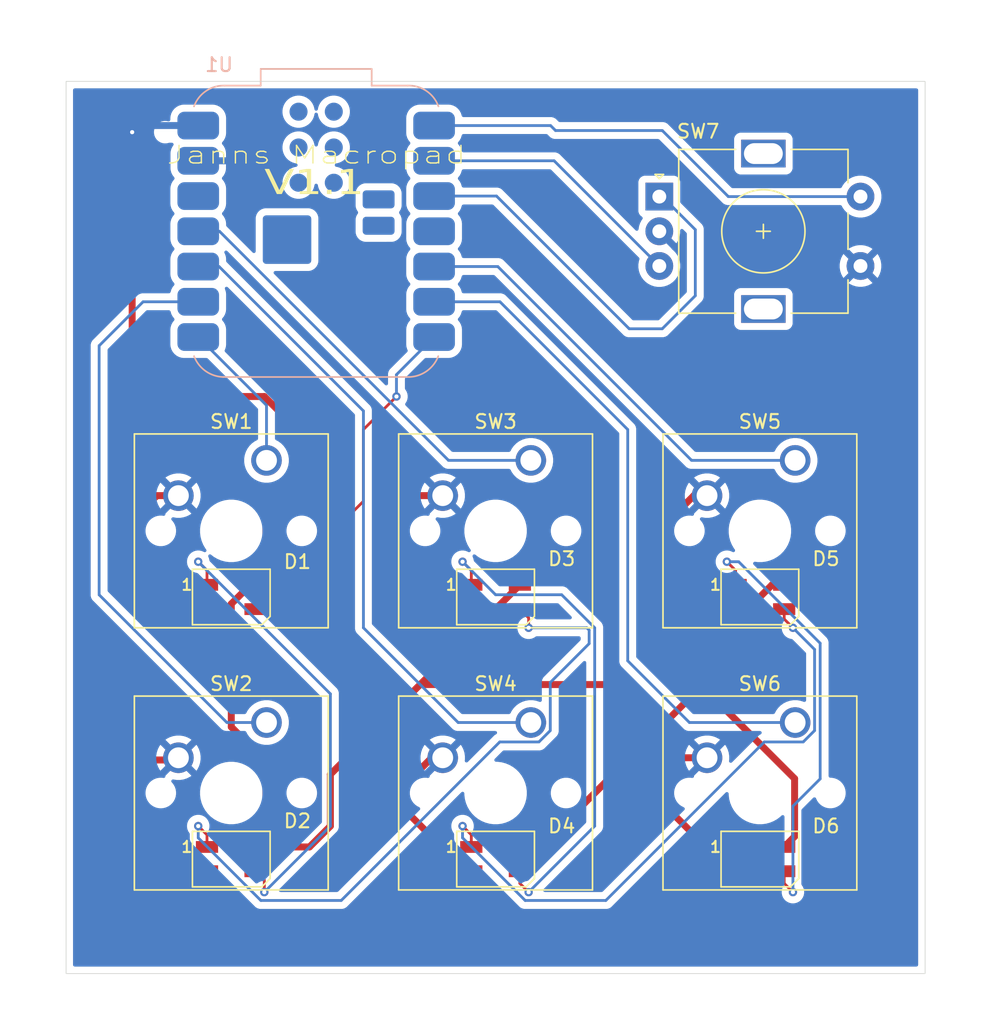
<source format=kicad_pcb>
(kicad_pcb (version 20241229) (generator "pcbnew") (generator_version "9.0")
  (layers (0 "F.Cu" signal) (2 "B.Cu" signal) (13 "F.Paste" user) (15 "B.Paste" user) (5 "F.SilkS" user "F.Silkscreen") (7 "B.SilkS" user "B.Silkscreen") (1 "F.Mask" user) (3 "B.Mask" user) (25 "Edge.Cuts" user))
  (net 0 "")
  (net 1 "+5V")
  (net 2 "Net-(D1-DIN)")
  (net 3 "Net-(D1-DOUT)")
  (net 4 "GND")
  (net 5 "Net-(D2-DOUT)")
  (net 6 "Net-(D3-DOUT)")
  (net 7 "Net-(D4-DOUT)")
  (net 8 "Net-(D5-DOUT)")
  (net 10 "Net-(U1-GPIO1{slash}RX)")
  (net 11 "Net-(U1-GPIO2{slash}SCK)")
  (net 12 "Net-(U1-GPIO3{slash}MOSI)")
  (net 13 "Net-(U1-GPIO4{slash}MISO)")
  (net 14 "Net-(U1-GPIO6{slash}SDA)")
  (net 15 "Net-(U1-GPIO7{slash}SCL)")
  (net 18 "Net-(U1-GPIO27{slash}ADC1{slash}A1)")
  (net 19 "Net-(U1-GPIO26{slash}ADC0{slash}A0)")
  (net 20 "Net-(U1-GPIO28{slash}ADC2{slash}A2)")
  (footprint "Button_Switch_Keyboard:SW_Cherry_MX_1.00u_PCB" (layer "F.Cu") (at 178.7525 83.185)
    (property "Reference" "SW3" (at -2.54 -2.794 0) (layer "F.SilkS"))
    (property "Value" "SW_Push")
    (fp_line (start -9.525 -1.905) (end 4.445 -1.905) (stroke (width 0.12)) (layer "F.SilkS"))
    (fp_line (start -9.525 12.065) (end -9.525 -1.905) (stroke (width 0.12)) (layer "F.SilkS"))
    (fp_line (start 4.445 -1.905) (end 4.445 12.065) (stroke (width 0.12)) (layer "F.SilkS"))
    (fp_line (start 4.445 12.065) (end -9.525 12.065) (stroke (width 0.12)) (layer "F.SilkS"))
    (pad "" np_thru_hole circle (at -7.62 5.08) (size 1.7 1.7) (drill 1.7) (layers "*.Cu" "*.Mask"))
    (pad "" np_thru_hole circle (at -2.54 5.08) (size 4 4) (drill 4) (layers "*.Cu" "*.Mask"))
    (pad "" np_thru_hole circle (at 2.54 5.08) (size 1.7 1.7) (drill 1.7) (layers "*.Cu" "*.Mask"))
    (pad "1" thru_hole circle (at 0 0) (size 2.2 2.2) (drill 1.5) (layers "*.Cu" "*.Mask") (net 12 "Net-(U1-GPIO3{slash}MOSI)"))
    (pad "2" thru_hole circle (at -6.35 2.54) (size 2.2 2.2) (drill 1.5) (layers "*.Cu" "*.Mask") (net 4 "GND"))
  )
  (footprint "LED_SMD:LED_SK6812MINI_PLCC4_3.5x3.5mm_P1.75mm" (layer "F.Cu") (at 176.2125 93.0275)
    (property "Reference" "D3" (at 4.7625 -2.75 0) (layer "F.SilkS"))
    (property "Value" "SK6812MINI")
    (fp_line (start -2.8 -2) (end -2.8 2) (stroke (width 0.12)) (layer "F.SilkS"))
    (fp_line (start -2.8 -2) (end 2.8 -2) (stroke (width 0.12)) (layer "F.SilkS"))
    (fp_line (start -2.8 2) (end 2.2 2) (stroke (width 0.12)) (layer "F.SilkS"))
    (fp_line (start 2.8 1.4) (end 2.2 2) (stroke (width 0.12)) (layer "F.SilkS"))
    (fp_line (start 2.8 1.4) (end 2.8 -2) (stroke (width 0.12)) (layer "F.SilkS"))
    (fp_text user "1" (at -3.2 -0.875 0) (layer "F.SilkS") (effects (font (size 0.8 0.8))))
    (pad "1" smd rect (at -1.75 -0.875) (size 1.6 0.85) (layers "F.Cu" "F.Mask" "F.Paste") (net 6 "Net-(D3-DOUT)"))
    (pad "2" smd rect (at -1.75 0.875) (size 1.6 0.85) (layers "F.Cu" "F.Mask" "F.Paste") (net 4 "GND"))
    (pad "3" smd rect (at 1.75 0.875) (size 1.6 0.85) (layers "F.Cu" "F.Mask" "F.Paste") (net 5 "Net-(D2-DOUT)"))
    (pad "4" smd rect (at 1.75 -0.875) (size 1.6 0.85) (layers "F.Cu" "F.Mask" "F.Paste") (net 1 "+5V"))
  )
  (footprint "Rotary_Encoder:RotaryEncoder_Alps_EC11E-Switch_Vertical_H20mm" (layer "F.Cu") (at 188.0125 64.175)
    (property "Reference" "SW7" (at 2.8 -4.7 0) (layer "F.SilkS"))
    (property "Value" "RotaryEncoder_Switch")
    (fp_line (start -0.3 -1.6) (end 0.3 -1.6) (stroke (width 0.12)) (layer "F.SilkS"))
    (fp_line (start 0 -1.3) (end -0.3 -1.6) (stroke (width 0.12)) (layer "F.SilkS"))
    (fp_line (start 0.3 -1.6) (end 0 -1.3) (stroke (width 0.12)) (layer "F.SilkS"))
    (fp_line (start 1.4 -3.4) (end 1.4 8.4) (stroke (width 0.12)) (layer "F.SilkS"))
    (fp_line (start 5.5 -3.4) (end 1.4 -3.4) (stroke (width 0.12)) (layer "F.SilkS"))
    (fp_line (start 5.5 8.4) (end 1.4 8.4) (stroke (width 0.12)) (layer "F.SilkS"))
    (fp_line (start 7 2.5) (end 8 2.5) (stroke (width 0.12)) (layer "F.SilkS"))
    (fp_line (start 7.5 2) (end 7.5 3) (stroke (width 0.12)) (layer "F.SilkS"))
    (fp_line (start 9.5 -3.4) (end 13.6 -3.4) (stroke (width 0.12)) (layer "F.SilkS"))
    (fp_line (start 13.6 -3.4) (end 13.6 -1) (stroke (width 0.12)) (layer "F.SilkS"))
    (fp_line (start 13.6 1.2) (end 13.6 3.8) (stroke (width 0.12)) (layer "F.SilkS"))
    (fp_line (start 13.6 6) (end 13.6 8.4) (stroke (width 0.12)) (layer "F.SilkS"))
    (fp_line (start 13.6 8.4) (end 9.5 8.4) (stroke (width 0.12)) (layer "F.SilkS"))
    (fp_circle (center 7.5 2.5) (end 10.5 2.5) (stroke (width 0.12)) (fill no) (layer "F.SilkS"))
    (pad "A" thru_hole rect (at 0 0) (size 2 2) (drill 1) (layers "*.Cu" "*.Mask") (net 20 "Net-(U1-GPIO28{slash}ADC2{slash}A2)"))
    (pad "B" thru_hole circle (at 0 5) (size 2 2) (drill 1) (layers "*.Cu" "*.Mask") (net 18 "Net-(U1-GPIO27{slash}ADC1{slash}A1)"))
    (pad "C" thru_hole circle (at 0 2.5) (size 2 2) (drill 1) (layers "*.Cu" "*.Mask") (net 4 "GND"))
    (pad "MP" thru_hole rect (at 7.5 -3.1) (size 3.2 2) (drill oval 2.8 1.5) (layers "*.Cu" "*.Mask"))
    (pad "MP" thru_hole rect (at 7.5 8.1) (size 3.2 2) (drill oval 2.8 1.5) (layers "*.Cu" "*.Mask"))
    (pad "S1" thru_hole circle (at 14.5 5) (size 2 2) (drill 1) (layers "*.Cu" "*.Mask") (net 4 "GND"))
    (pad "S2" thru_hole circle (at 14.5 0) (size 2 2) (drill 1) (layers "*.Cu" "*.Mask") (net 19 "Net-(U1-GPIO26{slash}ADC0{slash}A0)"))
  )
  (footprint "LED_SMD:LED_SK6812MINI_PLCC4_3.5x3.5mm_P1.75mm" (layer "F.Cu") (at 176.2125 111.91875)
    (property "Reference" "D4" (at 4.7625 -2.38125 0) (layer "F.SilkS"))
    (property "Value" "SK6812MINI")
    (fp_line (start -2.8 -2) (end -2.8 2) (stroke (width 0.12)) (layer "F.SilkS"))
    (fp_line (start -2.8 -2) (end 2.8 -2) (stroke (width 0.12)) (layer "F.SilkS"))
    (fp_line (start -2.8 2) (end 2.2 2) (stroke (width 0.12)) (layer "F.SilkS"))
    (fp_line (start 2.8 1.4) (end 2.2 2) (stroke (width 0.12)) (layer "F.SilkS"))
    (fp_line (start 2.8 1.4) (end 2.8 -2) (stroke (width 0.12)) (layer "F.SilkS"))
    (fp_text user "1" (at -3.2 -0.875 0) (layer "F.SilkS") (effects (font (size 0.8 0.8))))
    (pad "1" smd rect (at -1.75 -0.875) (size 1.6 0.85) (layers "F.Cu" "F.Mask" "F.Paste") (net 7 "Net-(D4-DOUT)"))
    (pad "2" smd rect (at -1.75 0.875) (size 1.6 0.85) (layers "F.Cu" "F.Mask" "F.Paste") (net 4 "GND"))
    (pad "3" smd rect (at 1.75 0.875) (size 1.6 0.85) (layers "F.Cu" "F.Mask" "F.Paste") (net 6 "Net-(D3-DOUT)"))
    (pad "4" smd rect (at 1.75 -0.875) (size 1.6 0.85) (layers "F.Cu" "F.Mask" "F.Paste") (net 1 "+5V"))
  )
  (footprint "Button_Switch_Keyboard:SW_Cherry_MX_1.00u_PCB" (layer "F.Cu") (at 159.7025 102.07625)
    (property "Reference" "SW2" (at -2.54 -2.794 0) (layer "F.SilkS"))
    (property "Value" "SW_Push")
    (fp_line (start -9.525 -1.905) (end 4.445 -1.905) (stroke (width 0.12)) (layer "F.SilkS"))
    (fp_line (start -9.525 12.065) (end -9.525 -1.905) (stroke (width 0.12)) (layer "F.SilkS"))
    (fp_line (start 4.445 -1.905) (end 4.445 12.065) (stroke (width 0.12)) (layer "F.SilkS"))
    (fp_line (start 4.445 12.065) (end -9.525 12.065) (stroke (width 0.12)) (layer "F.SilkS"))
    (pad "" np_thru_hole circle (at -7.62 5.08) (size 1.7 1.7) (drill 1.7) (layers "*.Cu" "*.Mask"))
    (pad "" np_thru_hole circle (at -2.54 5.08) (size 4 4) (drill 4) (layers "*.Cu" "*.Mask"))
    (pad "" np_thru_hole circle (at 2.54 5.08) (size 1.7 1.7) (drill 1.7) (layers "*.Cu" "*.Mask"))
    (pad "1" thru_hole circle (at 0 0) (size 2.2 2.2) (drill 1.5) (layers "*.Cu" "*.Mask") (net 11 "Net-(U1-GPIO2{slash}SCK)"))
    (pad "2" thru_hole circle (at -6.35 2.54) (size 2.2 2.2) (drill 1.5) (layers "*.Cu" "*.Mask") (net 4 "GND"))
  )
  (footprint "Button_Switch_Keyboard:SW_Cherry_MX_1.00u_PCB" (layer "F.Cu") (at 178.7525 102.07625)
    (property "Reference" "SW4" (at -2.54 -2.794 0) (layer "F.SilkS"))
    (property "Value" "SW_Push")
    (fp_line (start -9.525 -1.905) (end 4.445 -1.905) (stroke (width 0.12)) (layer "F.SilkS"))
    (fp_line (start -9.525 12.065) (end -9.525 -1.905) (stroke (width 0.12)) (layer "F.SilkS"))
    (fp_line (start 4.445 -1.905) (end 4.445 12.065) (stroke (width 0.12)) (layer "F.SilkS"))
    (fp_line (start 4.445 12.065) (end -9.525 12.065) (stroke (width 0.12)) (layer "F.SilkS"))
    (pad "" np_thru_hole circle (at -7.62 5.08) (size 1.7 1.7) (drill 1.7) (layers "*.Cu" "*.Mask"))
    (pad "" np_thru_hole circle (at -2.54 5.08) (size 4 4) (drill 4) (layers "*.Cu" "*.Mask"))
    (pad "" np_thru_hole circle (at 2.54 5.08) (size 1.7 1.7) (drill 1.7) (layers "*.Cu" "*.Mask"))
    (pad "1" thru_hole circle (at 0 0) (size 2.2 2.2) (drill 1.5) (layers "*.Cu" "*.Mask") (net 13 "Net-(U1-GPIO4{slash}MISO)"))
    (pad "2" thru_hole circle (at -6.35 2.54) (size 2.2 2.2) (drill 1.5) (layers "*.Cu" "*.Mask") (net 4 "GND"))
  )
  (footprint "Button_Switch_Keyboard:SW_Cherry_MX_1.00u_PCB" (layer "F.Cu") (at 197.8025 102.07625)
    (property "Reference" "SW6" (at -2.54 -2.794 0) (layer "F.SilkS"))
    (property "Value" "SW_Push")
    (fp_line (start -9.525 -1.905) (end 4.445 -1.905) (stroke (width 0.12)) (layer "F.SilkS"))
    (fp_line (start -9.525 12.065) (end -9.525 -1.905) (stroke (width 0.12)) (layer "F.SilkS"))
    (fp_line (start 4.445 -1.905) (end 4.445 12.065) (stroke (width 0.12)) (layer "F.SilkS"))
    (fp_line (start 4.445 12.065) (end -9.525 12.065) (stroke (width 0.12)) (layer "F.SilkS"))
    (pad "" np_thru_hole circle (at -7.62 5.08) (size 1.7 1.7) (drill 1.7) (layers "*.Cu" "*.Mask"))
    (pad "" np_thru_hole circle (at -2.54 5.08) (size 4 4) (drill 4) (layers "*.Cu" "*.Mask"))
    (pad "" np_thru_hole circle (at 2.54 5.08) (size 1.7 1.7) (drill 1.7) (layers "*.Cu" "*.Mask"))
    (pad "1" thru_hole circle (at 0 0) (size 2.2 2.2) (drill 1.5) (layers "*.Cu" "*.Mask") (net 15 "Net-(U1-GPIO7{slash}SCL)"))
    (pad "2" thru_hole circle (at -6.35 2.54) (size 2.2 2.2) (drill 1.5) (layers "*.Cu" "*.Mask") (net 4 "GND"))
  )
  (footprint "LED_SMD:LED_SK6812MINI_PLCC4_3.5x3.5mm_P1.75mm" (layer "F.Cu") (at 195.2625 111.91875)
    (property "Reference" "D6" (at 4.7625 -2.38125 0) (layer "F.SilkS"))
    (property "Value" "SK6812MINI")
    (fp_line (start -2.8 -2) (end -2.8 2) (stroke (width 0.12)) (layer "F.SilkS"))
    (fp_line (start -2.8 -2) (end 2.8 -2) (stroke (width 0.12)) (layer "F.SilkS"))
    (fp_line (start -2.8 2) (end 2.2 2) (stroke (width 0.12)) (layer "F.SilkS"))
    (fp_line (start 2.8 1.4) (end 2.2 2) (stroke (width 0.12)) (layer "F.SilkS"))
    (fp_line (start 2.8 1.4) (end 2.8 -2) (stroke (width 0.12)) (layer "F.SilkS"))
    (fp_text user "1" (at -3.2 -0.875 0) (layer "F.SilkS") (effects (font (size 0.8 0.8))))
    (pad "1" smd rect (at -1.75 -0.875) (size 1.6 0.85) (layers "F.Cu" "F.Mask" "F.Paste"))
    (pad "2" smd rect (at -1.75 0.875) (size 1.6 0.85) (layers "F.Cu" "F.Mask" "F.Paste") (net 4 "GND"))
    (pad "3" smd rect (at 1.75 0.875) (size 1.6 0.85) (layers "F.Cu" "F.Mask" "F.Paste") (net 8 "Net-(D5-DOUT)"))
    (pad "4" smd rect (at 1.75 -0.875) (size 1.6 0.85) (layers "F.Cu" "F.Mask" "F.Paste") (net 1 "+5V"))
  )
  (footprint "LED_SMD:LED_SK6812MINI_PLCC4_3.5x3.5mm_P1.75mm" (layer "F.Cu") (at 157.1625 93.0275)
    (property "Reference" "D1" (at 4.7625 -2.54 0) (layer "F.SilkS"))
    (property "Value" "SK6812MINI")
    (fp_line (start -2.8 -2) (end -2.8 2) (stroke (width 0.12)) (layer "F.SilkS"))
    (fp_line (start -2.8 -2) (end 2.8 -2) (stroke (width 0.12)) (layer "F.SilkS"))
    (fp_line (start -2.8 2) (end 2.2 2) (stroke (width 0.12)) (layer "F.SilkS"))
    (fp_line (start 2.8 1.4) (end 2.2 2) (stroke (width 0.12)) (layer "F.SilkS"))
    (fp_line (start 2.8 1.4) (end 2.8 -2) (stroke (width 0.12)) (layer "F.SilkS"))
    (fp_text user "1" (at -3.2 -0.875 0) (layer "F.SilkS") (effects (font (size 0.8 0.8))))
    (pad "1" smd rect (at -1.75 -0.875) (size 1.6 0.85) (layers "F.Cu" "F.Mask" "F.Paste") (net 3 "Net-(D1-DOUT)"))
    (pad "2" smd rect (at -1.75 0.875) (size 1.6 0.85) (layers "F.Cu" "F.Mask" "F.Paste") (net 4 "GND"))
    (pad "3" smd rect (at 1.75 0.875) (size 1.6 0.85) (layers "F.Cu" "F.Mask" "F.Paste") (net 2 "Net-(D1-DIN)"))
    (pad "4" smd rect (at 1.75 -0.875) (size 1.6 0.85) (layers "F.Cu" "F.Mask" "F.Paste") (net 1 "+5V"))
  )
  (footprint "Button_Switch_Keyboard:SW_Cherry_MX_1.00u_PCB" (layer "F.Cu") (at 197.8025 83.185)
    (property "Reference" "SW5" (at -2.54 -2.794 0) (layer "F.SilkS"))
    (property "Value" "SW_Push")
    (fp_line (start -9.525 -1.905) (end 4.445 -1.905) (stroke (width 0.12)) (layer "F.SilkS"))
    (fp_line (start -9.525 12.065) (end -9.525 -1.905) (stroke (width 0.12)) (layer "F.SilkS"))
    (fp_line (start 4.445 -1.905) (end 4.445 12.065) (stroke (width 0.12)) (layer "F.SilkS"))
    (fp_line (start 4.445 12.065) (end -9.525 12.065) (stroke (width 0.12)) (layer "F.SilkS"))
    (pad "" np_thru_hole circle (at -7.62 5.08) (size 1.7 1.7) (drill 1.7) (layers "*.Cu" "*.Mask"))
    (pad "" np_thru_hole circle (at -2.54 5.08) (size 4 4) (drill 4) (layers "*.Cu" "*.Mask"))
    (pad "" np_thru_hole circle (at 2.54 5.08) (size 1.7 1.7) (drill 1.7) (layers "*.Cu" "*.Mask"))
    (pad "1" thru_hole circle (at 0 0) (size 2.2 2.2) (drill 1.5) (layers "*.Cu" "*.Mask") (net 14 "Net-(U1-GPIO6{slash}SDA)"))
    (pad "2" thru_hole circle (at -6.35 2.54) (size 2.2 2.2) (drill 1.5) (layers "*.Cu" "*.Mask") (net 4 "GND"))
  )
  (footprint "Button_Switch_Keyboard:SW_Cherry_MX_1.00u_PCB" (layer "F.Cu") (at 159.7025 83.185)
    (property "Reference" "SW1" (at -2.54 -2.794 0) (layer "F.SilkS"))
    (property "Value" "SW_Push")
    (fp_line (start -9.525 -1.905) (end 4.445 -1.905) (stroke (width 0.12)) (layer "F.SilkS"))
    (fp_line (start -9.525 12.065) (end -9.525 -1.905) (stroke (width 0.12)) (layer "F.SilkS"))
    (fp_line (start 4.445 -1.905) (end 4.445 12.065) (stroke (width 0.12)) (layer "F.SilkS"))
    (fp_line (start 4.445 12.065) (end -9.525 12.065) (stroke (width 0.12)) (layer "F.SilkS"))
    (pad "" np_thru_hole circle (at -7.62 5.08) (size 1.7 1.7) (drill 1.7) (layers "*.Cu" "*.Mask"))
    (pad "" np_thru_hole circle (at -2.54 5.08) (size 4 4) (drill 4) (layers "*.Cu" "*.Mask"))
    (pad "" np_thru_hole circle (at 2.54 5.08) (size 1.7 1.7) (drill 1.7) (layers "*.Cu" "*.Mask"))
    (pad "1" thru_hole circle (at 0 0) (size 2.2 2.2) (drill 1.5) (layers "*.Cu" "*.Mask") (net 10 "Net-(U1-GPIO1{slash}RX)"))
    (pad "2" thru_hole circle (at -6.35 2.54) (size 2.2 2.2) (drill 1.5) (layers "*.Cu" "*.Mask") (net 4 "GND"))
  )
  (footprint "LED_SMD:LED_SK6812MINI_PLCC4_3.5x3.5mm_P1.75mm" (layer "F.Cu") (at 195.2625 93.0275)
    (property "Reference" "D5" (at 4.7625 -2.75 0) (layer "F.SilkS"))
    (property "Value" "SK6812MINI")
    (fp_line (start -2.8 -2) (end -2.8 2) (stroke (width 0.12)) (layer "F.SilkS"))
    (fp_line (start -2.8 -2) (end 2.8 -2) (stroke (width 0.12)) (layer "F.SilkS"))
    (fp_line (start -2.8 2) (end 2.2 2) (stroke (width 0.12)) (layer "F.SilkS"))
    (fp_line (start 2.8 1.4) (end 2.2 2) (stroke (width 0.12)) (layer "F.SilkS"))
    (fp_line (start 2.8 1.4) (end 2.8 -2) (stroke (width 0.12)) (layer "F.SilkS"))
    (fp_text user "1" (at -3.2 -0.875 0) (layer "F.SilkS") (effects (font (size 0.8 0.8))))
    (pad "1" smd rect (at -1.75 -0.875) (size 1.6 0.85) (layers "F.Cu" "F.Mask" "F.Paste") (net 8 "Net-(D5-DOUT)"))
    (pad "2" smd rect (at -1.75 0.875) (size 1.6 0.85) (layers "F.Cu" "F.Mask" "F.Paste") (net 4 "GND"))
    (pad "3" smd rect (at 1.75 0.875) (size 1.6 0.85) (layers "F.Cu" "F.Mask" "F.Paste") (net 7 "Net-(D4-DOUT)"))
    (pad "4" smd rect (at 1.75 -0.875) (size 1.6 0.85) (layers "F.Cu" "F.Mask" "F.Paste") (net 1 "+5V"))
  )
  (footprint "LED_SMD:LED_SK6812MINI_PLCC4_3.5x3.5mm_P1.75mm" (layer "F.Cu") (at 157.1625 111.91875)
    (property "Reference" "D2" (at 4.7625 -2.75 0) (layer "F.SilkS"))
    (property "Value" "SK6812MINI")
    (fp_line (start -2.8 -2) (end -2.8 2) (stroke (width 0.12)) (layer "F.SilkS"))
    (fp_line (start -2.8 -2) (end 2.8 -2) (stroke (width 0.12)) (layer "F.SilkS"))
    (fp_line (start -2.8 2) (end 2.2 2) (stroke (width 0.12)) (layer "F.SilkS"))
    (fp_line (start 2.8 1.4) (end 2.2 2) (stroke (width 0.12)) (layer "F.SilkS"))
    (fp_line (start 2.8 1.4) (end 2.8 -2) (stroke (width 0.12)) (layer "F.SilkS"))
    (fp_text user "1" (at -3.2 -0.875 0) (layer "F.SilkS") (effects (font (size 0.8 0.8))))
    (pad "1" smd rect (at -1.75 -0.875) (size 1.6 0.85) (layers "F.Cu" "F.Mask" "F.Paste") (net 5 "Net-(D2-DOUT)"))
    (pad "2" smd rect (at -1.75 0.875) (size 1.6 0.85) (layers "F.Cu" "F.Mask" "F.Paste") (net 4 "GND"))
    (pad "3" smd rect (at 1.75 0.875) (size 1.6 0.85) (layers "F.Cu" "F.Mask" "F.Paste") (net 3 "Net-(D1-DOUT)"))
    (pad "4" smd rect (at 1.75 -0.875) (size 1.6 0.85) (layers "F.Cu" "F.Mask" "F.Paste") (net 1 "+5V"))
  )
  (footprint "RF_Module:MCU_Seeed_ESP32C3" (layer "B.Cu") (at 163.28125 66.675 180)
    (property "Reference" "U1" (at 7 12 0) (layer "B.SilkS") (effects (justify mirror)))
    (property "Value" "XIAO-RP2040-DIP")
    (fp_line (start 6.6 10.5) (end 4 10.5) (stroke (width 0.12)) (layer "B.SilkS"))
    (fp_line (start 4 11.7) (end 4 10.5) (stroke (width 0.12)) (layer "B.SilkS"))
    (fp_line (start -4 11.7) (end 4 11.7) (stroke (width 0.12)) (layer "B.SilkS"))
    (fp_line (start -4 10.5) (end -4 11.7) (stroke (width 0.12)) (layer "B.SilkS"))
    (fp_line (start -4 10.5) (end -6.6 10.5) (stroke (width 0.12)) (layer "B.SilkS"))
    (fp_line (start -6.7 -10.5) (end 6.7 -10.5) (stroke (width 0.12)) (layer "B.SilkS"))
    (fp_arc (start 8.804034 9.001464) (mid 7.944325 10.107118) (end 6.6 10.499999) (stroke (width 0.12)) (layer "B.SilkS"))
    (fp_arc (start 6.7 -10.5) (mid 7.977231 -10.068123) (end 8.8 -9) (stroke (width 0.12)) (layer "B.SilkS"))
    (fp_arc (start -6.600468 10.499999) (mid -7.949609 10.111769) (end -8.812892 9.00468) (stroke (width 0.12)) (layer "B.SilkS"))
    (fp_arc (start -8.8 -9) (mid -7.977232 -10.068125) (end -6.7 -10.5) (stroke (width 0.12)) (layer "B.SilkS"))
    (pad "1" smd roundrect (at -8.5 7.62 180) (size 3 2) (layers "B.Cu" "B.Mask" "B.Paste") (net 19 "Net-(U1-GPIO26{slash}ADC0{slash}A0)"))
    (pad "2" smd roundrect (at -8.5 5.08 180) (size 3 2) (layers "B.Cu" "B.Mask" "B.Paste") (net 18 "Net-(U1-GPIO27{slash}ADC1{slash}A1)"))
    (pad "3" smd roundrect (at -8.5 2.54 180) (size 3 2) (layers "B.Cu" "B.Mask" "B.Paste") (net 20 "Net-(U1-GPIO28{slash}ADC2{slash}A2)"))
    (pad "4" smd roundrect (at -8.5 0 180) (size 3 2) (layers "B.Cu" "B.Mask" "B.Paste"))
    (pad "5" smd roundrect (at -8.5 -2.54 180) (size 3 2) (layers "B.Cu" "B.Mask" "B.Paste") (net 14 "Net-(U1-GPIO6{slash}SDA)"))
    (pad "6" smd roundrect (at -8.5 -5.08 180) (size 3 2) (layers "B.Cu" "B.Mask" "B.Paste") (net 15 "Net-(U1-GPIO7{slash}SCL)"))
    (pad "7" smd roundrect (at -8.5 -7.62 180) (size 3 2) (layers "B.Cu" "B.Mask" "B.Paste") (net 2 "Net-(D1-DIN)"))
    (pad "8" smd roundrect (at 8.5 -7.62 180) (size 3 2) (layers "B.Cu" "B.Mask" "B.Paste") (net 10 "Net-(U1-GPIO1{slash}RX)"))
    (pad "9" smd roundrect (at 8.5 -5.08 180) (size 3 2) (layers "B.Cu" "B.Mask" "B.Paste") (net 11 "Net-(U1-GPIO2{slash}SCK)"))
    (pad "10" smd roundrect (at 8.5 -2.54 180) (size 3 2) (layers "B.Cu" "B.Mask" "B.Paste") (net 13 "Net-(U1-GPIO4{slash}MISO)"))
    (pad "11" smd roundrect (at 8.5 0 180) (size 3 2) (layers "B.Cu" "B.Mask" "B.Paste") (net 12 "Net-(U1-GPIO3{slash}MOSI)"))
    (pad "12" smd roundrect (at 8.5 2.54 180) (size 3 2) (layers "B.Cu" "B.Mask" "B.Paste"))
    (pad "13" smd roundrect (at 8.5 5.08 180) (size 3 2) (layers "B.Cu" "B.Mask" "B.Paste") (net 4 "GND"))
    (pad "14" smd roundrect (at 8.5 7.62 180) (size 3 2) (layers "B.Cu" "B.Mask" "B.Paste") (net 1 "+5V"))
    (pad "15" smd roundrect (at 2.1 -0.6 180) (size 3.5 3.5) (property pad_prop_heatsink) (layers "B.Cu" "B.Mask") (roundrect_rratio 0.07142857143))
    (pad "16" smd roundrect (at -4.5 0.4 180) (size 2.3 1.3) (layers "B.Cu" "B.Mask" "B.Paste") (roundrect_rratio 0.1923076923))
    (pad "17" smd roundrect (at -4.5 2.3 180) (size 2.3 1.3) (layers "B.Cu" "B.Mask" "B.Paste") (roundrect_rratio 0.1923076923))
    (pad "18" smd circle (at -1.27 8.62 180) (size 1.3 1.3) (layers "B.Cu" "B.Mask" "B.Paste"))
    (pad "19" smd circle (at -1.27 6.04 180) (size 1.3 1.3) (layers "B.Cu" "B.Mask" "B.Paste"))
    (pad "20" smd circle (at -1.27 3.5 180) (size 1.3 1.3) (layers "B.Cu" "B.Mask" "B.Paste"))
    (pad "21" smd circle (at 1.27 3.5 180) (size 1.3 1.3) (layers "B.Cu" "B.Mask" "B.Paste"))
    (pad "22" smd circle (at 1.27 6.04 180) (size 1.3 1.3) (layers "B.Cu" "B.Mask" "B.Paste"))
    (pad "23" smd circle (at 1.27 8.62 180) (size 1.3 1.3) (layers "B.Cu" "B.Mask" "B.Paste"))
  )
  (gr_rect (start 145.25625 55.8725) (end 207.16875 120.16625) (stroke (width 0.05)) (fill no) (layer "Edge.Cuts"))
  (gr_text "Janns Macropad" (at 152.4 61.9125 0) (layer "F.SilkS") (effects (font (size 1.27 1.778) (thickness 0.1)) (justify left bottom)))
  (gr_text "V1.1" (at 159.54375 64.29375 0) (layer "F.SilkS") (effects (font (size 1.778 2.2606) (thickness 0.1)) (justify left bottom)))
  (segment (start 150.01875 76.2) (end 152.4 78.58125) (width 0.5) (layer "F.Cu") (net 1))
  (segment (start 170.77625 99.33875) (end 185.06375 99.33875) (width 0.5) (layer "F.Cu") (net 1))
  (segment (start 159.6635 87.9865) (end 159.6635 91.4015) (width 0.5) (layer "F.Cu") (net 1))
  (segment (start 159.6635 91.4015) (end 158.9125 92.1525) (width 0.5) (layer "F.Cu") (net 1))
  (segment (start 197.0125 92.1525) (end 196.1385 92.1525) (width 0.5) (layer "F.Cu") (net 1))
  (segment (start 195.2625 95.25) (end 190.5 100.0125) (width 0.5) (layer "F.Cu") (net 1))
  (segment (start 196.1385 92.1525) (end 195.2625 93.0285) (width 0.5) (layer "F.Cu") (net 1))
  (segment (start 158.9125 92.1525) (end 158.5375 92.1525) (width 0.5) (layer "F.Cu") (net 1))
  (segment (start 164.30625 105.80875) (end 165.34 104.775) (width 0.5) (layer "F.Cu") (net 1))
  (segment (start 157.1625 102.39375) (end 159.6635 104.89475) (width 0.5) (layer "F.Cu") (net 1))
  (segment (start 179.46875 111.04375) (end 188.11875 102.39375) (width 0.5) (layer "F.Cu") (net 1))
  (segment (start 191.655698 100.0125) (end 190.5 100.0125) (width 0.5) (layer "F.Cu") (net 1))
  (segment (start 197.0125 111.04375) (end 197.7635 110.29275) (width 0.5) (layer "F.Cu") (net 1))
  (segment (start 158.5375 92.1525) (end 157.1625 93.5275) (width 0.5) (layer "F.Cu") (net 1))
  (segment (start 197.7635 106.120302) (end 191.655698 100.0125) (width 0.5) (layer "F.Cu") (net 1))
  (segment (start 157.1625 93.5275) (end 157.1625 102.39375) (width 0.5) (layer "F.Cu") (net 1))
  (segment (start 159.54375 78.58125) (end 164.30625 83.34375) (width 0.5) (layer "F.Cu") (net 1))
  (segment (start 170.77625 99.33875) (end 177.9625 92.1525) (width 0.5) (layer "F.Cu") (net 1))
  (segment (start 150.01875 59.53125) (end 150.01875 76.2) (width 0.5) (layer "F.Cu") (net 1))
  (segment (start 159.6635 110.29275) (end 158.9125 111.04375) (width 0.5) (layer "F.Cu") (net 1))
  (segment (start 158.9125 111.04375) (end 162.8 111.04375) (width 0.5) (layer "F.Cu") (net 1))
  (segment (start 164.30625 109.5375) (end 164.30625 105.80875) (width 0.5) (layer "F.Cu") (net 1))
  (segment (start 152.4 78.58125) (end 159.54375 78.58125) (width 0.5) (layer "F.Cu") (net 1))
  (segment (start 159.6635 104.89475) (end 159.6635 110.29275) (width 0.5) (layer "F.Cu") (net 1))
  (segment (start 195.2625 93.0285) (end 195.2625 95.25) (width 0.5) (layer "F.Cu") (net 1))
  (segment (start 188.11875 102.39375) (end 190.5 100.0125) (width 0.5) (layer "F.Cu") (net 1))
  (segment (start 164.30625 83.34375) (end 159.6635 87.9865) (width 0.5) (layer "F.Cu") (net 1))
  (segment (start 197.7635 110.29275) (end 197.7635 106.120302) (width 0.5) (layer "F.Cu") (net 1))
  (segment (start 165.34 104.775) (end 170.77625 99.33875) (width 0.5) (layer "F.Cu") (net 1))
  (segment (start 162.8 111.04375) (end 164.30625 109.5375) (width 0.5) (layer "F.Cu") (net 1))
  (segment (start 177.9625 111.04375) (end 179.46875 111.04375) (width 0.5) (layer "F.Cu") (net 1))
  (segment (start 185.06375 99.33875) (end 188.11875 102.39375) (width 0.5) (layer "F.Cu") (net 1))
  (via (at 150.01875 59.53125) (size 0.6) (drill 0.3) (layers "F.Cu" "B.Cu") (net 1))
  (segment (start 150.495 59.055) (end 150.01875 59.53125) (width 0.5) (layer "B.Cu") (net 1))
  (segment (start 154.305 59.53125) (end 154.78125 59.055) (width 0.5) (layer "B.Cu") (net 1))
  (segment (start 154.78125 59.055) (end 150.495 59.055) (width 0.5) (layer "B.Cu") (net 1))
  (segment (start 158.9125 93.9025) (end 166.6875 86.1275) (width 0.2) (layer "F.Cu") (net 2))
  (segment (start 166.6875 86.1275) (end 166.6875 83.34375) (width 0.2) (layer "F.Cu") (net 2))
  (segment (start 166.6875 80.9625) (end 169.06875 78.58125) (width 0.2) (layer "F.Cu") (net 2))
  (segment (start 166.6875 83.34375) (end 166.6875 80.9625) (width 0.2) (layer "F.Cu") (net 2))
  (via (at 169.06875 78.58125) (size 0.6) (drill 0.3) (layers "F.Cu" "B.Cu") (net 2))
  (segment (start 169.06875 78.58125) (end 169.06875 77.0075) (width 0.2) (layer "B.Cu") (net 2))
  (segment (start 169.06875 77.0075) (end 171.78125 74.295) (width 0.2) (layer "B.Cu") (net 2))
  (segment (start 155.4125 92.1525) (end 155.4125 91.11875) (width 0.2) (layer "F.Cu") (net 3))
  (segment (start 159.54375 114.3) (end 159.54375 113.425) (width 0.2) (layer "F.Cu") (net 3))
  (segment (start 155.4125 91.11875) (end 154.78125 90.4875) (width 0.2) (layer "F.Cu") (net 3))
  (segment (start 159.54375 113.425) (end 158.9125 112.79375) (width 0.2) (layer "F.Cu") (net 3))
  (via (at 159.54375 114.3) (size 0.6) (drill 0.3) (layers "F.Cu" "B.Cu") (net 3))
  (via (at 154.78125 90.4875) (size 0.6) (drill 0.3) (layers "F.Cu" "B.Cu") (net 3))
  (segment (start 164.30625 109.5375) (end 159.54375 114.3) (width 0.2) (layer "B.Cu") (net 3))
  (segment (start 154.78125 90.4875) (end 164.30625 100.0125) (width 0.2) (layer "B.Cu") (net 3))
  (segment (start 164.30625 100.0125) (end 164.30625 109.5375) (width 0.2) (layer "B.Cu") (net 3))
  (segment (start 153.3525 85.725) (end 151.796866 85.725) (width 0.5) (layer "F.Cu") (net 4))
  (segment (start 188.11875 88.10625) (end 190.5 85.725) (width 0.5) (layer "F.Cu") (net 4))
  (segment (start 150.01875 104.775) (end 153.19375 104.775) (width 0.5) (layer "F.Cu") (net 4))
  (segment (start 191.53375 93.9025) (end 188.11875 90.4875) (width 0.5) (layer "F.Cu") (net 4))
  (segment (start 171.60875 104.61625) (end 172.4025 104.61625) (width 0.5) (layer "F.Cu") (net 4))
  (segment (start 190.5 85.725) (end 191.4525 85.725) (width 0.5) (layer "F.Cu") (net 4))
  (segment (start 188.11875 90.4875) (end 188.11875 88.10625) (width 0.5) (layer "F.Cu") (net 4))
  (segment (start 169.06875 88.88375) (end 169.06875 85.725) (width 0.5) (layer "F.Cu") (net 4))
  (segment (start 188.11875 104.775) (end 188.2775 104.61625) (width 0.5) (layer "F.Cu") (net 4))
  (segment (start 174.0875 93.9025) (end 169.06875 88.88375) (width 0.5) (layer "F.Cu") (net 4))
  (segment (start 188.2775 104.61625) (end 191.4525 104.61625) (width 0.5) (layer "F.Cu") (net 4))
  (segment (start 155.0355 93.9025) (end 155.4125 93.9025) (width 0.5) (layer "F.Cu") (net 4))
  (segment (start 174.4625 93.9025) (end 174.0875 93.9025) (width 0.5) (layer "F.Cu") (net 4))
  (segment (start 174.4625 112.79375) (end 174.0855 112.79375) (width 0.5) (layer "F.Cu") (net 4))
  (segment (start 193.5125 112.79375) (end 193.1375 112.79375) (width 0.5) (layer "F.Cu") (net 4))
  (segment (start 174.0855 112.79375) (end 169.06875 107.777) (width 0.5) (layer "F.Cu") (net 4))
  (segment (start 193.5125 93.9025) (end 191.53375 93.9025) (width 0.5) (layer "F.Cu") (net 4))
  (segment (start 153.275 112.79375) (end 150.01875 109.5375) (width 0.5) (layer "F.Cu") (net 4))
  (segment (start 151.796866 85.725) (end 150.01875 87.503116) (width 0.5) (layer "F.Cu") (net 4))
  (segment (start 150.01875 109.5375) (end 150.01875 104.775) (width 0.5) (layer "F.Cu") (net 4))
  (segment (start 153.19375 104.775) (end 153.3525 104.61625) (width 0.5) (layer "F.Cu") (net 4))
  (segment (start 150.01875 88.88575) (end 155.0355 93.9025) (width 0.5) (layer "F.Cu") (net 4))
  (segment (start 169.06875 107.15625) (end 171.60875 104.61625) (width 0.5) (layer "F.Cu") (net 4))
  (segment (start 193.1375 112.79375) (end 188.11875 107.775) (width 0.5) (layer "F.Cu") (net 4))
  (segment (start 188.11875 107.775) (end 188.11875 104.775) (width 0.5) (layer "F.Cu") (net 4))
  (segment (start 150.01875 87.503116) (end 150.01875 88.88575) (width 0.5) (layer "F.Cu") (net 4))
  (segment (start 155.4125 112.79375) (end 153.275 112.79375) (width 0.5) (layer "F.Cu") (net 4))
  (segment (start 169.06875 107.777) (end 169.06875 107.15625) (width 0.5) (layer "F.Cu") (net 4))
  (segment (start 169.06875 85.725) (end 172.4025 85.725) (width 0.5) (layer "F.Cu") (net 4))
  (segment (start 154.78125 61.595) (end 159.22625 61.595) (width 0.5) (layer "B.Cu") (net 4))
  (segment (start 178.59375 95.25) (end 178.59375 94.53375) (width 0.2) (layer "F.Cu") (net 5))
  (segment (start 178.59375 94.53375) (end 177.9625 93.9025) (width 0.2) (layer "F.Cu") (net 5))
  (segment (start 155.4125 111.04375) (end 155.4125 110.16875) (width 0.2) (layer "F.Cu") (net 5))
  (segment (start 155.4125 110.16875) (end 154.78125 109.5375) (width 0.2) (layer "F.Cu") (net 5))
  (via (at 178.59375 95.25) (size 0.6) (drill 0.3) (layers "F.Cu" "B.Cu") (net 5))
  (via (at 154.78125 109.5375) (size 0.6) (drill 0.3) (layers "F.Cu" "B.Cu") (net 5))
  (segment (start 180.1535 99.191) (end 182.95525 96.38925) (width 0.2) (layer "B.Cu") (net 5))
  (segment (start 182.95525 95.4161) (end 182.78915 95.25) (width 0.2) (layer "B.Cu") (net 5))
  (segment (start 179.332814 103.47725) (end 180.1535 102.656564) (width 0.2) (layer "B.Cu") (net 5))
  (segment (start 165.08622 114.901) (end 176.50997 103.47725) (width 0.2) (layer "B.Cu") (net 5))
  (segment (start 154.78125 110.387443) (end 159.294807 114.901) (width 0.2) (layer "B.Cu") (net 5))
  (segment (start 182.95525 96.38925) (end 182.95525 95.4161) (width 0.2) (layer "B.Cu") (net 5))
  (segment (start 180.1535 102.656564) (end 180.1535 99.191) (width 0.2) (layer "B.Cu") (net 5))
  (segment (start 182.78915 95.25) (end 178.59375 95.25) (width 0.2) (layer "B.Cu") (net 5))
  (segment (start 176.50997 103.47725) (end 179.332814 103.47725) (width 0.2) (layer "B.Cu") (net 5))
  (segment (start 159.294807 114.901) (end 165.08622 114.901) (width 0.2) (layer "B.Cu") (net 5))
  (segment (start 154.78125 109.5375) (end 154.78125 110.387443) (width 0.2) (layer "B.Cu") (net 5))
  (segment (start 174.4625 92.1525) (end 174.4625 91.11875) (width 0.2) (layer "F.Cu") (net 6))
  (segment (start 174.4625 91.11875) (end 173.83125 90.4875) (width 0.2) (layer "F.Cu") (net 6))
  (segment (start 177.9625 113.66875) (end 178.59375 114.3) (width 0.2) (layer "F.Cu") (net 6))
  (segment (start 177.9625 112.79375) (end 177.9625 113.66875) (width 0.2) (layer "F.Cu") (net 6))
  (via (at 178.59375 114.3) (size 0.6) (drill 0.3) (layers "F.Cu" "B.Cu") (net 6))
  (via (at 173.83125 90.4875) (size 0.6) (drill 0.3) (layers "F.Cu" "B.Cu") (net 6))
  (segment (start 180.975 92.86875) (end 176.2125 92.86875) (width 0.2) (layer "B.Cu") (net 6))
  (segment (start 176.2125 92.86875) (end 173.83125 90.4875) (width 0.2) (layer "B.Cu") (net 6))
  (segment (start 183.35625 109.5375) (end 183.35625 95.25) (width 0.2) (layer "B.Cu") (net 6))
  (segment (start 183.35625 95.25) (end 180.975 92.86875) (width 0.2) (layer "B.Cu") (net 6))
  (segment (start 178.59375 114.3) (end 183.35625 109.5375) (width 0.2) (layer "B.Cu") (net 6))
  (segment (start 174.4625 111.04375) (end 174.4625 110.16875) (width 0.2) (layer "F.Cu") (net 7))
  (segment (start 197.0125 94.61875) (end 197.64375 95.25) (width 0.2) (layer "F.Cu") (net 7))
  (segment (start 174.4625 110.16875) (end 173.83125 109.5375) (width 0.2) (layer "F.Cu") (net 7))
  (segment (start 197.0125 93.9025) (end 197.0125 94.61875) (width 0.2) (layer "F.Cu") (net 7))
  (via (at 173.83125 109.5375) (size 0.6) (drill 0.3) (layers "F.Cu" "B.Cu") (net 7))
  (via (at 197.64375 95.25) (size 0.6) (drill 0.3) (layers "F.Cu" "B.Cu") (net 7))
  (segment (start 195.580814 103.47725) (end 184.157064 114.901) (width 0.2) (layer "B.Cu") (net 7))
  (segment (start 178.344807 114.901) (end 173.83125 110.387443) (width 0.2) (layer "B.Cu") (net 7))
  (segment (start 197.64375 95.25) (end 199.2035 96.80975) (width 0.2) (layer "B.Cu") (net 7))
  (segment (start 198.382814 103.47725) (end 195.580814 103.47725) (width 0.2) (layer "B.Cu") (net 7))
  (segment (start 199.2035 96.80975) (end 199.2035 102.656564) (width 0.2) (layer "B.Cu") (net 7))
  (segment (start 173.83125 110.387443) (end 173.83125 109.5375) (width 0.2) (layer "B.Cu") (net 7))
  (segment (start 184.157064 114.901) (end 178.344807 114.901) (width 0.2) (layer "B.Cu") (net 7))
  (segment (start 199.2035 102.656564) (end 198.382814 103.47725) (width 0.2) (layer "B.Cu") (net 7))
  (segment (start 197.0125 112.79375) (end 197.0125 113.66875) (width 0.2) (layer "F.Cu") (net 8))
  (segment (start 197.0125 113.66875) (end 197.64375 114.3) (width 0.2) (layer "F.Cu") (net 8))
  (segment (start 193.5125 92.1525) (end 193.5125 91.11875) (width 0.2) (layer "F.Cu") (net 8))
  (segment (start 193.5125 91.11875) (end 192.88125 90.4875) (width 0.2) (layer "F.Cu") (net 8))
  (via (at 192.88125 90.4875) (size 0.6) (drill 0.3) (layers "F.Cu" "B.Cu") (net 8))
  (via (at 197.64375 114.3) (size 0.6) (drill 0.3) (layers "F.Cu" "B.Cu") (net 8))
  (segment (start 197.64375 108.099816) (end 197.64375 114.3) (width 0.2) (layer "B.Cu") (net 8))
  (segment (start 199.6045 96.360807) (end 199.6045 106.139066) (width 0.2) (layer "B.Cu") (net 8))
  (segment (start 193.731193 90.4875) (end 199.6045 96.360807) (width 0.2) (layer "B.Cu") (net 8))
  (segment (start 192.88125 90.4875) (end 193.731193 90.4875) (width 0.2) (layer "B.Cu") (net 8))
  (segment (start 199.6045 106.139066) (end 197.64375 108.099816) (width 0.2) (layer "B.Cu") (net 8))
  (segment (start 159.7025 83.185) (end 159.7025 79.21625) (width 0.2) (layer "B.Cu") (net 10))
  (segment (start 159.7025 79.21625) (end 154.78125 74.295) (width 0.2) (layer "B.Cu") (net 10))
  (segment (start 159.7025 102.07625) (end 156.845 102.07625) (width 0.2) (layer "B.Cu") (net 11))
  (segment (start 150.805 71.755) (end 154.78125 71.755) (width 0.2) (layer "B.Cu") (net 11))
  (segment (start 147.6375 74.9225) (end 150.805 71.755) (width 0.2) (layer "B.Cu") (net 11))
  (segment (start 156.845 102.07625) (end 147.6375 92.86875) (width 0.2) (layer "B.Cu") (net 11))
  (segment (start 147.6375 74.9225) (end 147.6375 92.86875) (width 0.2) (layer "B.Cu") (net 11))
  (segment (start 156.312557 66.675) (end 154.78125 66.675) (width 0.2) (layer "B.Cu") (net 12))
  (segment (start 178.7525 83.185) (end 172.822557 83.185) (width 0.2) (layer "B.Cu") (net 12))
  (segment (start 172.822557 83.185) (end 156.312557 66.675) (width 0.2) (layer "B.Cu") (net 12))
  (segment (start 173.51375 102.07625) (end 166.6875 95.25) (width 0.2) (layer "B.Cu") (net 13))
  (segment (start 166.6875 79.62125) (end 166.6875 95.25) (width 0.2) (layer "B.Cu") (net 13))
  (segment (start 154.78125 69.215) (end 156.28125 69.215) (width 0.2) (layer "B.Cu") (net 13))
  (segment (start 178.7525 102.07625) (end 173.51375 102.07625) (width 0.2) (layer "B.Cu") (net 13))
  (segment (start 156.28125 69.215) (end 166.6875 79.62125) (width 0.2) (layer "B.Cu") (net 13))
  (segment (start 190.34125 83.185) (end 176.37125 69.215) (width 0.2) (layer "B.Cu") (net 14))
  (segment (start 197.8025 83.185) (end 190.34125 83.185) (width 0.2) (layer "B.Cu") (net 14))
  (segment (start 176.37125 69.215) (end 171.78125 69.215) (width 0.2) (layer "B.Cu") (net 14))
  (segment (start 197.8025 102.07625) (end 190.1825 102.07625) (width 0.2) (layer "B.Cu") (net 15))
  (segment (start 185.7375 97.63125) (end 185.7375 80.9625) (width 0.2) (layer "B.Cu") (net 15))
  (segment (start 190.1825 102.07625) (end 185.7375 97.63125) (width 0.2) (layer "B.Cu") (net 15))
  (segment (start 185.7375 80.9625) (end 176.53 71.755) (width 0.2) (layer "B.Cu") (net 15))
  (segment (start 176.53 71.755) (end 171.78125 71.755) (width 0.2) (layer "B.Cu") (net 15))
  (segment (start 188.0125 69.175) (end 180.4325 61.595) (width 0.2) (layer "B.Cu") (net 18))
  (segment (start 180.4325 61.595) (end 171.78125 61.595) (width 0.2) (layer "B.Cu") (net 18))
  (segment (start 180.17375 59.055) (end 171.78125 59.055) (width 0.2) (layer "B.Cu") (net 19))
  (segment (start 188.225 59.4125) (end 180.53125 59.4125) (width 0.2) (layer "B.Cu") (net 19))
  (segment (start 180.53125 59.4125) (end 180.17375 59.055) (width 0.2) (layer "B.Cu") (net 19))
  (segment (start 202.5125 64.175) (end 192.9875 64.175) (width 0.2) (layer "B.Cu") (net 19))
  (segment (start 192.9875 64.175) (end 188.225 59.4125) (width 0.2) (layer "B.Cu") (net 19))
  (segment (start 190.60625 71.31875) (end 188.225 73.7) (width 0.2) (layer "B.Cu") (net 20))
  (segment (start 176.27875 64.135) (end 171.78125 64.135) (width 0.2) (layer "B.Cu") (net 20))
  (segment (start 188.225 73.7) (end 185.84375 73.7) (width 0.2) (layer "B.Cu") (net 20))
  (segment (start 185.84375 73.7) (end 176.27875 64.135) (width 0.2) (layer "B.Cu") (net 20))
  (segment (start 190.60625 66.55625) (end 190.60625 71.31875) (width 0.2) (layer "B.Cu") (net 20))
  (segment (start 188.0125 64.175) (end 188.225 64.175) (width 0.2) (layer "B.Cu") (net 20))
  (segment (start 188.225 64.175) (end 190.60625 66.55625) (width 0.2) (layer "B.Cu") (net 20))
  (zone (net 4) (net_name "GND") (layer "B.Cu") (connect_pads (clearance 0.508)) (min_thickness 0.254) (fill yes (thermal_gap 0.5) (thermal_bridge_width 0.508))
    (polygon (pts (xy 140.49375 50.00625) (xy 211.93125 50.00625) (xy 211.93125 123.825) (xy 140.49375 123.825)))
  )
)
</source>
